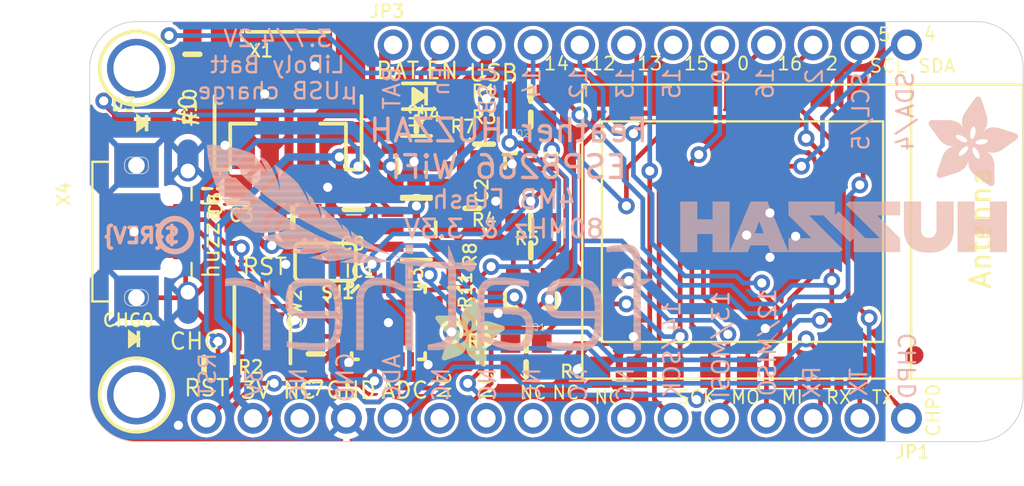
<source format=kicad_pcb>
(kicad_pcb (version 20221018) (generator pcbnew)
  (layers (0 "F.Cu" signal) (31 "B.Cu" signal) (34 "B.Paste" user) (35 "F.Paste" user) (36 "B.SilkS" user "B.Silkscreen") (37 "F.SilkS" user "F.Silkscreen") (38 "B.Mask" user) (39 "F.Mask" user) (44 "Edge.Cuts" user))
  (net 0 "")
  (net 1 "GND")
  (net 2 "VBUS")
  (net 3 "VBAT")
  (net 4 "N$1")
  (net 5 "N$3")
  (net 6 "N$4")
  (net 7 "3.3V")
  (net 8 "RESET")
  (net 9 "ADC")
  (net 10 "CH_PD")
  (net 11 "GPIO16")
  (net 12 "GPIO15")
  (net 13 "GPIO0")
  (net 14 "RXD")
  (net 15 "TXD")
  (net 16 "N$5")
  (net 17 "N$2")
  (net 18 "N$6")
  (net 19 "RTS")
  (net 20 "DTR")
  (net 21 "N$12")
  (net 22 "N$13")
  (net 23 "EN")
  (net 24 "GPIO5/SCL")
  (net 25 "GPIO4/SDA")
  (net 26 "GPIO2")
  (net 27 "GPIO14/SCK")
  (net 28 "GPIO13/MOSI")
  (net 29 "GPIO12/MISO")
  (net 30 "USB_RX")
  (net 31 "N$7")
  (net 32 "N$8")
  (footprint "working:0805-NO" (layer "F.Cu") (at 134.1501 104.2416 180)
    (fp_text reference "C3")
    (fp_text value "10µF")
  )
  (footprint "working:_0603MP" (layer "F.Cu") (at 142.9131 108.0516 -90)
    (fp_text reference "R11")
    (fp_text value "1K")
  )
  (footprint "working:0603-NO" (layer "F.Cu") (at 135.4031 111.6586 -90)
    (fp_text reference "C7")
    (fp_text value "1uF")
  )
  (footprint "working:0805-NO" (layer "F.Cu") (at 137.4671 103.7936 -90)
    (fp_text reference "C8")
    (fp_text value "10µF")
  )
  (footprint "working:CHIPLED_0805_NOOUTLINE" (layer "F.Cu") (at 125.5141 110.8456 -90)
    (fp_text reference "CHG0")
    (fp_text value "ORANGE")
  )
  (footprint "working:MOUNTINGHOLE_2.5_PLATED" (layer "F.Cu") (at 125.6411 113.8936 -90)
    (fp_text reference "U$32" hide)
    (fp_text value "MOUNTINGHOLE2.5" hide)
  )
  (footprint "working:0603-NO" (layer "F.Cu") (at 143.9291 103.7336 -90)
    (fp_text reference "R8")
    (fp_text value "10K\\")
  )
  (footprint "working:0603-NO" (layer "F.Cu") (at 147.1041 97.5106 180)
    (fp_text reference "R1")
    (fp_text value "10K")
  )
  (footprint "working:0603-NO" (layer "F.Cu") (at 146.8501 112.4966)
    (fp_text reference "R6")
    (fp_text value "4.7K")
  )
  (footprint "working:FIDUCIAL_1MM" (layer "F.Cu") (at 133.8961 96.3676 -90)
    (fp_text reference "U$34" hide)
    (fp_text value "FIDUCIAL_1MM" hide)
  )
  (footprint "working:0603-NO" (layer "F.Cu") (at 147.1041 98.9076 180)
    (fp_text reference "R3")
    (fp_text value "10K")
  )
  (footprint "working:SOT23-5" (layer "F.Cu") (at 140.8811 104.8766 -90)
    (fp_text reference "U3")
    (fp_text value "MCP73831T-2ACI/OT")
  )
  (footprint "working:JSTPH2" (layer "F.Cu") (at 133.8961 97.1296)
    (fp_text reference "X1")
    (fp_text value "JSTPH")
  )
  (footprint "working:ADAFRUIT_3.5MM" (layer "F.Cu") (at 141.8971 112.3696)
    (fp_text reference "U$15" hide)
    (fp_text value "" hide)
  )
  (footprint "working:CHIPLED_0805_NOOUTLINE" (layer "F.Cu") (at 125.9586 99.0981 -90)
    (fp_text reference "D3")
    (fp_text value "RED")
  )
  (footprint "working:1X12_ROUND" (layer "F.Cu") (at 153.5811 94.8436)
    (fp_text reference "JP3")
    (fp_text value "")
  )
  (footprint "" (layer "F.Cu") (at 171.3611 95.4786)
    (fp_text reference "@HOLE1" hide)
    (fp_text value "")
  )
  (footprint "working:4UCONN_20329_V2" (layer "F.Cu") (at 127.5461 105.0036 -90)
    (fp_text reference "X4")
    (fp_text value "20329")
    (fp_line (start -4.05 2.15) (end -4.05 1.6) (stroke (width 0.05)) (layer "Edge.Cuts"))
    (fp_line (start -3.7 1.25) (end -3.5 1.25) (stroke (width 0.05)) (layer "Edge.Cuts"))
    (fp_line (start -3.5 2.55) (end -3.7 2.55) (stroke (width 0.05)) (layer "Edge.Cuts"))
    (fp_line (start -3.15 1.6) (end -3.15 2.15) (stroke (width 0.05)) (layer "Edge.Cuts"))
    (fp_line (start 3.15 2.2) (end 3.15 1.6) (stroke (width 0.05)) (layer "Edge.Cuts"))
    (fp_line (start 4.05 1.6) (end 4.05 2.2) (stroke (width 0.05)) (layer "Edge.Cuts"))
    (fp_arc (start -4.05 1.6) (mid -3.947487 1.352513) (end -3.7 1.25) (stroke (width 0.05)) (layer "Edge.Cuts"))
    (fp_arc (start -3.7 2.55) (mid -3.957843 2.422487) (end -4.05 2.15) (stroke (width 0.05)) (layer "Edge.Cuts"))
    (fp_arc (start -3.5 1.25) (mid -3.252513 1.352513) (end -3.15 1.6) (stroke (width 0.05)) (layer "Edge.Cuts"))
    (fp_arc (start -3.15 2.15) (mid -3.242157 2.422487) (end -3.5 2.55) (stroke (width 0.05)) (layer "Edge.Cuts"))
    (fp_arc (start 3.15 1.6) (mid 3.302513 1.331802) (end 3.6 1.25) (stroke (width 0.05)) (layer "Edge.Cuts"))
    (fp_arc (start 3.6 1.25) (mid 3.897487 1.331802) (end 4.05 1.6) (stroke (width 0.05)) (layer "Edge.Cuts"))
    (fp_arc (start 3.6 2.55) (mid 3.302513 2.468198) (end 3.15 2.2) (stroke (width 0.05)) (layer "Edge.Cuts"))
    (fp_arc (start 4.05 2.2) (mid 3.897487 2.468198) (end 3.6 2.55) (stroke (width 0.05)) (layer "Edge.Cuts"))
  )
  (footprint "working:FIDUCIAL_1MM" (layer "F.Cu") (at 167.9793 111.7276 -90)
    (fp_text reference "U$35" hide)
    (fp_text value "FIDUCIAL_1MM" hide)
  )
  (footprint "working:BTN_KMR2_4.6X2.8" (layer "F.Cu") (at 132.4991 110.0836 -90)
    (fp_text reference "SW2")
    (fp_text value "KMR2")
  )
  (footprint "working:QFN24_4MM_SMSC" (layer "F.Cu") (at 139.3571 109.9566)
    (fp_text reference "IC1")
    (fp_text value "CP2104")
  )
  (footprint "working:SOD-123" (layer "F.Cu") (at 141.0081 97.6376 180)
    (fp_text reference "D4")
    (fp_text value "MBR120")
  )
  (footprint "working:SOT23-3" (layer "F.Cu") (at 147.1041 108.4326 180)
    (fp_text reference "Q1")
    (fp_text value "mmbt2222")
  )
  (footprint "working:0603-NO" (layer "F.Cu") (at 128.6891 95.3516 -90)
    (fp_text reference "R10")
    (fp_text value "1K")
  )
  (footprint "working:ESP-12S" (layer "F.Cu") (at 159.1056 105.0036 -90)
    (fp_text reference "X2" hide)
    (fp_text value "ESP-12" hide)
  )
  (footprint "working:SOLDERJUMPER_CLOSEDWIRE" (layer "F.Cu") (at 135.9281 106.6546 180)
    (fp_text reference "SJ1")
    (fp_text value "")
  )
  (footprint "" (layer "F.Cu") (at 171.3611 114.5921)
    (fp_text reference "@HOLE0" hide)
    (fp_text value "")
  )
  (footprint "working:0805-NO" (layer "F.Cu") (at 131.1891 103.4746 90)
    (fp_text reference "C6")
    (fp_text value "10µF")
  )
  (footprint "working:0603-NO" (layer "F.Cu") (at 129.3241 112.2426)
    (fp_text reference "R2")
    (fp_text value "1K")
  )
  (footprint "working:0603-NO" (layer "F.Cu") (at 147.1041 106.0196)
    (fp_text reference "R5")
    (fp_text value "10K")
  )
  (footprint "working:1X16_ROUND" (layer "F.Cu") (at 148.5011 115.1636 180)
    (fp_text reference "JP1")
    (fp_text value "")
  )
  (footprint "working:0603-NO" (layer "F.Cu") (at 146.8501 111.0996 180)
    (fp_text reference "R9")
    (fp_text value "10K")
  )
  (footprint "working:SOT23-3" (layer "F.Cu") (at 147.1041 101.4476)
    (fp_text reference "Q2")
    (fp_text value "mmbt2222")
  )
  (footprint "working:0805-NO" (layer "F.Cu") (at 144.5641 100.2411 -90)
    (fp_text reference "C2")
    (fp_text value "10uF")
  )
  (footprint "working:MOUNTINGHOLE_2.5_PLATED" (layer "F.Cu") (at 125.6411 96.1136 -90)
    (fp_text reference "U$31" hide)
    (fp_text value "MOUNTINGHOLE2.5" hide)
  )
  (footprint "working:0603-NO" (layer "F.Cu") (at 147.1041 104.4956 180)
    (fp_text reference "R4")
    (fp_text value "10K")
  )
  (footprint "working:0603-NO" (layer "F.Cu") (at 140.8811 99.1616)
    (fp_text reference "R7")
    (fp_text value "10K")
  )
  (footprint "working:SOT23-5" (layer "F.Cu") (at 140.8811 101.4476 90)
    (fp_text reference "U2")
    (fp_text value "AP2112-3.3")
  )
  (footprint "working:HUZZAHLOGO" (layer "B.Cu") (at 173.0121 106.1466 180)
    (fp_text reference "U$23" hide)
    (fp_text value "" hide)
  )
  (footprint "working:ADAFRUIT_5MM" (layer "B.Cu") (at 168.7576 102.5271 90)
    (fp_text reference "U$7" hide)
    (fp_text value "" hide)
  )
  (footprint "working:PCBFEAT-REV-040" (layer "B.Cu") (at 127.7366 105.1941 180)
    (fp_text reference "U$13" hide)
    (fp_text value "" hide)
  )
  (footprint "working:FEATHERLOGO" (layer "B.Cu") (at 153.7716 111.5441 180)
    (fp_text reference "U$9" hide)
    (fp_text value "" hide)
  )
  (gr_line (start 123.1011 102.4636) (end 123.6091 102.9716) (stroke (width 0.05)) (layer "Edge.Cuts"))
  (gr_arc (start 123.1011 96.1136) (mid 123.845049 94.317549) (end 125.6411 93.5736) (stroke (width 0.05)) (layer "Edge.Cuts"))
  (gr_line (start 123.1011 107.5436) (end 123.1011 113.8936) (stroke (width 0.05)) (layer "Edge.Cuts"))
  (gr_line (start 173.9011 113.8936) (end 173.9011 96.1136) (stroke (width 0.05)) (layer "Edge.Cuts"))
  (gr_line (start 123.6091 107.0356) (end 123.1011 107.5436) (stroke (width 0.05)) (layer "Edge.Cuts"))
  (gr_arc (start 173.9011 113.8936) (mid 173.157151 115.689651) (end 171.3611 116.4336) (stroke (width 0.05)) (layer "Edge.Cuts"))
  (gr_arc (start 125.6411 116.4336) (mid 123.845049 115.689651) (end 123.1011 113.8936) (stroke (width 0.05)) (layer "Edge.Cuts"))
  (gr_line (start 123.6091 102.9716) (end 123.6091 107.0356) (stroke (width 0.05)) (layer "Edge.Cuts"))
  (gr_line (start 123.1011 96.1136) (end 123.1011 102.4636) (stroke (width 0.05)) (layer "Edge.Cuts"))
  (gr_line (start 171.3611 93.5736) (end 125.6411 93.5736) (stroke (width 0.05)) (layer "Edge.Cuts"))
  (gr_arc (start 171.3611 93.5736) (mid 173.157151 94.317549) (end 173.9011 96.1136) (stroke (width 0.05)) (layer "Edge.Cuts"))
  (gr_line (start 125.6411 116.4336) (end 171.3611 116.4336) (stroke (width 0.05)) (layer "Edge.Cuts"))
  (gr_text "NC" (at 152.2476 113.3221 -270) (layer "B.SilkS") (effects (font (size 0.89408 0.89408) (thickness 0.12192)) (justify mirror)))
  (gr_text "3.7/4.2V\nLiPoly Batt\nµUSB charge" (at 133.3246 95.9231) (layer "B.SilkS") (effects (font (size 0.88392 0.88392) (thickness 0.13208)) (justify mirror)))
  (gr_text "13" (at 152.2476 96.9391 -270) (layer "B.SilkS") (effects (font (size 0.89408 0.89408) (thickness 0.12192)) (justify mirror)))
  (gr_text "TX" (at 164.9476 113.1951 -270) (layer "B.SilkS") (effects (font (size 0.89408 0.89408) (thickness 0.12192)) (justify mirror)))
  (gr_text "16" (at 159.8676 96.9391 -270) (layer "B.SilkS") (effects (font (size 0.89408 0.89408) (thickness 0.12192)) (justify mirror)))
  (gr_text "NC" (at 134.4676 113.3221 -270) (layer "B.SilkS") (effects (font (size 0.89408 0.89408) (thickness 0.12192)) (justify mirror)))
  (gr_text "2" (at 162.5346 96.5581 -270) (layer "B.SilkS") (effects (font (size 0.89408 0.89408) (thickness 0.12192)) (justify mirror)))
  (gr_text "13/MOSI" (at 157.4546 111.1631 -270) (layer "B.SilkS") (effects (font (size 0.89408 0.89408) (thickness 0.12192)) (justify mirror)))
  (gr_text "GND" (at 137.0076 112.9411 -270) (layer "B.SilkS") (effects (font (size 0.89408 0.89408) (thickness 0.12192)) (justify mirror)))
  (gr_text "SCL/5" (at 165.0746 98.4631 -270) (layer "B.SilkS") (effects (font (size 0.89408 0.89408) (thickness 0.12192)) (justify mirror)))
  (gr_text "USB" (at 144.7546 97.3201 -270) (layer "B.SilkS") (effects (font (size 0.89408 0.89408) (thickness 0.12192)) (justify mirror)))
  (gr_text "0" (at 157.4546 96.5581 -270) (layer "B.SilkS") (effects (font (size 0.89408 0.89408) (thickness 0.12192)) (justify mirror)))
  (gr_text "12/MISO" (at 159.9946 111.0361 -270) (layer "B.SilkS") (effects (font (size 0.89408 0.89408) (thickness 0.12192)) (justify mirror)))
  (gr_text "En" (at 142.2146 96.8121 -270) (layer "B.SilkS") (effects (font (size 0.89408 0.89408) (thickness 0.12192)) (justify mirror)))
  (gr_text "BAT" (at 139.5476 97.1931 -270) (layer "B.SilkS") (effects (font (size 0.89408 0.89408) (thickness 0.12192)) (justify mirror)))
  (gr_text "ADC" (at 139.5476 112.9411 -270) (layer "B.SilkS") (effects (font (size 0.89408 0.89408) (thickness 0.12192)) (justify mirror)))
  (gr_text "NC" (at 144.7546 113.3221 -270) (layer "B.SilkS") (effects (font (size 0.89408 0.89408) (thickness 0.12192)) (justify mirror)))
  (gr_text "RST" (at 129.5146 112.8141 -270) (layer "B.SilkS") (effects (font (size 0.89408 0.89408) (thickness 0.12192)) (justify mirror)))
  (gr_text "14" (at 147.1676 96.9391 -270) (layer "B.SilkS") (effects (font (size 0.89408 0.89408) (thickness 0.12192)) (justify mirror)))
  (gr_text "RX" (at 162.4076 113.1951 -270) (layer "B.SilkS") (effects (font (size 0.89408 0.89408) (thickness 0.12192)) (justify mirror)))
  (gr_text "14/SCK" (at 154.7876 111.4171 -270) (layer "B.SilkS") (effects (font (size 0.89408 0.89408) (thickness 0.12192)) (justify mirror)))
  (gr_text "NC" (at 147.1676 113.3221 -270) (layer "B.SilkS") (effects (font (size 0.89408 0.89408) (thickness 0.12192)) (justify mirror)))
  (gr_text "NC" (at 149.7076 113.3221 -270) (layer "B.SilkS") (effects (font (size 0.89408 0.89408) (thickness 0.12192)) (justify mirror)))
  (gr_text "Feather HUZZAH\nESP8266 WiFi" (at 145.8976 100.4951) (layer "B.SilkS") (effects (font (size 1.237488 1.237488) (thickness 0.184912)) (justify mirror)))
  (gr_text "15" (at 154.7876 96.9391 -270) (layer "B.SilkS") (effects (font (size 0.89408 0.89408) (thickness 0.12192)) (justify mirror)))
  (gr_text "12" (at 149.7076 96.9391 -270) (layer "B.SilkS") (effects (font (size 0.89408 0.89408) (thickness 0.12192)) (justify mirror)))
  (gr_text "3V" (at 132.0546 113.1951 -270) (layer "B.SilkS") (effects (font (size 0.89408 0.89408) (thickness 0.12192)) (justify mirror)))
  (gr_text "CHPD" (at 167.6146 112.3061 -270) (layer "B.SilkS") (effects (font (size 0.89408 0.89408) (thickness 0.12192)) (justify mirror)))
  (gr_text "NC" (at 142.2146 113.3221 -270) (layer "B.SilkS") (effects (font (size 0.89408 0.89408) (thickness 0.12192)) (justify mirror)))
  (gr_text "4MB Flash\n80MHz & 3.3V" (at 145.6436 104.0511) (layer "B.SilkS") (effects (font (size 0.99441 0.99441) (thickness 0.14859)) (justify mirror)))
  (gr_text "SDA/4" (at 167.4876 98.4631 -270) (layer "B.SilkS") (effects (font (size 0.89408 0.89408) (thickness 0.12192)) (justify mirror)))
  (gr_text "NC" (at 144.6911 113.3856 90) (layer "F.SilkS") (effects (font (size 0.715264 0.715264) (thickness 0.097536))))
  (gr_text "huzzah!" (at 129.7051 105.0036 90) (layer "F.SilkS") (effects (font (size 0.89408 0.89408) (thickness 0.12192))))
  (gr_text "SCL" (at 166.5351 95.9866) (layer "F.SilkS") (effects (font (size 0.715264 0.715264) (thickness 0.097536))))
  (gr_text "NC" (at 147.2311 113.7666) (layer "F.SilkS") (effects (font (size 0.715264 0.715264) (thickness 0.097536))))
  (gr_text "MI" (at 161.3281 114.0206) (layer "F.SilkS") (effects (font (size 0.715264 0.715264) (thickness 0.097536))))
  (gr_text "CHG" (at 128.8161 110.9726) (layer "F.SilkS") (effects (font (size 0.89408 0.89408) (thickness 0.12192))))
  (gr_text "GND" (at 137.3251 113.6396) (layer "F.SilkS") (effects (font (size 0.89408 0.89408) (thickness 0.12192))))
  (gr_text "2" (at 163.4871 95.8596) (layer "F.SilkS") (effects (font (size 0.715264 0.715264) (thickness 0.097536))))
  (gr_text "NC" (at 151.2951 114.0206) (layer "F.SilkS") (effects (font (size 0.715264 0.715264) (thickness 0.097536))))
  (gr_text "EN" (at 142.2781 96.2406) (layer "F.SilkS") (effects (font (size 0.89408 0.89408) (thickness 0.12192))))
  (gr_text "RST" (at 132.6261 106.9086) (layer "F.SilkS") (effects (font (size 0.89408 0.89408) (thickness 0.12192))))
  (gr_text "SCK" (at 156.1211 114.0206) (layer "F.SilkS") (effects (font (size 0.715264 0.715264) (thickness 0.097536))))
  (gr_text "MO" (at 158.7881 114.0206) (layer "F.SilkS") (effects (font (size 0.715264 0.715264) (thickness 0.097536))))
  (gr_text "CHPD" (at 169.0116 114.7191 90) (layer "F.SilkS") (effects (font (size 0.715264 0.715264) (thickness 0.097536))))
  (gr_text "13" (at 153.5811 95.8596) (layer "F.SilkS") (effects (font (size 0.715264 0.715264) (thickness 0.097536))))
  (gr_text "15" (at 156.1211 95.8596) (layer "F.SilkS") (effects (font (size 0.715264 0.715264) (thickness 0.097536))))
  (gr_text "12" (at 151.0411 95.8596) (layer "F.SilkS") (effects (font (size 0.715264 0.715264) (thickness 0.097536))))
  (gr_text "SDA" (at 169.2021 95.9866) (layer "F.SilkS") (effects (font (size 0.715264 0.715264) (thickness 0.097536))))
  (gr_text "ADC" (at 140.2461 113.6396) (layer "F.SilkS") (effects (font (size 0.89408 0.89408) (thickness 0.12192))))
  (gr_text "RX" (at 163.8681 114.0206) (layer "F.SilkS") (effects (font (size 0.715264 0.715264) (thickness 0.097536))))
  (gr_text "TX" (at 166.2811 114.0206) (layer "F.SilkS") (effects (font (size 0.715264 0.715264) (thickness 0.097536))))
  (gr_text "NC" (at 149.0091 113.7666) (layer "F.SilkS") (effects (font (size 0.715264 0.715264) (thickness 0.097536))))
  (gr_text "BAT" (at 139.8651 96.2406) (layer "F.SilkS") (effects (font (size 0.89408 0.89408) (thickness 0.12192))))
  (gr_text "NC" (at 142.4051 113.3856 90) (layer "F.SilkS") (effects (font (size 0.715264 0.715264) (thickness 0.097536))))
  (gr_text "3V" (at 132.1181 113.6396) (layer "F.SilkS") (effects (font (size 0.89408 0.89408) (thickness 0.12192))))
  (gr_text "16" (at 161.2011 95.8596) (layer "F.SilkS") (effects (font (size 0.715264 0.715264) (thickness 0.097536))))
  (gr_text "#0" (at 128.4351 98.3996 90) (layer "F.SilkS") (effects (font (size 0.89408 0.89408) (thickness 0.12192))))
  (gr_text "4" (at 168.8211 94.2721) (layer "F.SilkS") (effects (font (size 0.715264 0.715264) (thickness 0.097536))))
  (gr_text "NC" (at 134.5311 113.6396) (layer "F.SilkS") (effects (font (size 0.89408 0.89408) (thickness 0.12192))))
  (gr_text "USB" (at 145.0721 96.3676) (layer "F.SilkS") (effects (font (size 0.89408 0.89408) (thickness 0.12192))))
  (gr_text "5" (at 166.3446 94.2721) (layer "F.SilkS") (effects (font (size 0.715264 0.715264) (thickness 0.097536))))
  (gr_text "0" (at 158.6611 95.8596) (layer "F.SilkS") (effects (font (size 0.715264 0.715264) (thickness 0.097536))))
  (gr_text "14" (at 148.5011 95.8596) (layer "F.SilkS") (effects (font (size 0.715264 0.715264) (thickness 0.097536))))
  (gr_text "RST" (at 129.4511 113.5126) (layer "F.SilkS") (effects (font (size 0.89408 0.89408) (thickness 0.12192))))
  (segment (start 139.1031 109.2066) (end 137.3571 109.2066) (width 0.254) (layer "F.Cu") (net 1))
  (segment (start 137.4671 104.7436) (end 137.4671 104.8616) (width 0.4064) (layer "F.Cu") (net 1))
  (segment (start 128.3211 106.3036) (end 126.0961 106.3036) (width 0.254) (layer "F.Cu") (net 1))
  (segment (start 125.6461 108.6036) (end 128.1461 108.6036) (width 0.254) (layer "F.Cu") (net 1))
  (segment (start 126.0961 106.3036) (end 125.5461 105.7536) (width 0.254) (layer "F.Cu") (net 1))
  (segment (start 137.4671 104.8616) (end 137.3251 105.0036) (width 0.4064) (layer "F.Cu") (net 1))
  (segment (start 132.8961 103.9376) (end 132.8961 100.8296) (width 0.6096) (layer "F.Cu") (net 1))
  (segment (start 124.6961 101.4036) (end 125.6461 101.4036) (width 0.254) (layer "F.Cu") (net 1))
  (segment (start 133.2001 104.2416) (end 132.8961 103.9376) (width 0.6096) (layer "F.Cu") (net 1))
  (segment (start 139.1031 109.2066) (end 139.1031 109.7026) (width 0.254) (layer "F.Cu") (net 1))
  (segment (start 139.1031 109.7026) (end 139.3571 109.9566) (width 0.254) (layer "F.Cu") (net 1))
  (segment (start 134.4361 112.5086) (end 135.4031 112.5086) (width 0.254) (layer "F.Cu") (net 1))
  (segment (start 128.3211 108.1786) (end 128.4461 108.3036) (width 0.254) (layer "F.Cu") (net 1))
  (segment (start 136.9441 105.0036) (end 137.3251 105.0036) (width 0.254) (layer "F.Cu") (net 1))
  (segment (start 128.3211 106.3036) (end 128.3211 108.1786) (width 0.254) (layer "F.Cu") (net 1))
  (segment (start 128.1461 108.6036) (end 128.4461 108.3036) (width 0.254) (layer "F.Cu") (net 1))
  (via (at 135.3566 95.9866) (size 0.9064) (drill 0.5) (layers "F.Cu" "B.Cu") (net 1))
  (via (at 160.1216 103.9876) (size 0.9064) (drill 0.5) (layers "F.Cu" "B.Cu") (net 1))
  (via (at 130.4671 100.3046) (size 0.9064) (drill 0.5) (layers "F.Cu" "B.Cu") (net 1))
  (via (at 133.7691 106.7816) (size 0.9064) (drill 0.5) (layers "F.Cu" "B.Cu") (net 1))
  (via (at 127.9271 115.5446) (size 0.9064) (drill 0.5) (layers "F.Cu" "B.Cu") (net 1))
  (via (at 146.0881 101.3206) (size 0.9064) (drill 0.5) (layers "F.Cu" "B.Cu") (net 1))
  (via (at 145.3261 109.4486) (size 0.9064) (drill 0.5) (layers "F.Cu" "B.Cu") (net 1))
  (via (at 140.7541 101.1936) (size 0.9064) (drill 0.5) (layers "F.Cu" "B.Cu") (net 1))
  (via (at 158.8516 105.1941) (size 0.9064) (drill 0.5) (layers "F.Cu" "B.Cu") (net 1))
  (via (at 141.5161 112.2426) (size 0.9064) (drill 0.5) (layers "F.Cu" "B.Cu") (net 1))
  (via (at 136.0551 102.5906) (size 0.9064) (drill 0.5) (layers "F.Cu" "B.Cu") (net 1))
  (via (at 132.6261 97.5106) (size 0.9064) (drill 0.5) (layers "F.Cu" "B.Cu") (net 1))
  (via (at 125.5141 105.0036) (size 0.9064) (drill 0.5) (layers "F.Cu" "B.Cu") (net 1))
  (via (at 161.5186 105.2576) (size 0.9064) (drill 0.5) (layers "F.Cu" "B.Cu") (net 1))
  (via (at 159.8676 110.2741) (size 0.9064) (drill 0.5) (layers "F.Cu" "B.Cu") (net 1))
  (via (at 145.1991 103.3526) (size 0.9064) (drill 0.5) (layers "F.Cu" "B.Cu") (net 1))
  (via (at 137.1981 112.1156) (size 0.9064) (drill 0.5) (layers "F.Cu" "B.Cu") (net 1))
  (via (at 160.1216 106.4006) (size 0.9064) (drill 0.5) (layers "F.Cu" "B.Cu") (net 1))
  (via (at 139.3571 109.9566) (size 0.9064) (drill 0.5) (layers "F.Cu" "B.Cu") (net 1))
  (via (at 152.6921 110.7186) (size 0.9064) (drill 0.5) (layers "F.Cu" "B.Cu") (net 1))
  (via (at 149.6441 112.4966) (size 0.9064) (drill 0.5) (layers "F.Cu" "B.Cu") (net 1))
  (segment (start 129.9291 103.7036) (end 130.6501 104.4246) (width 0.4064) (layer "F.Cu") (net 2))
  (segment (start 123.6091 110.2106) (end 123.6091 107.6706) (width 0.254) (layer "F.Cu") (net 2))
  (segment (start 124.3711 103.2256) (end 126.6571 103.2256) (width 0.254) (layer "F.Cu") (net 2))
  (segment (start 142.4051 99.1616) (end 141.7311 99.1616) (width 0.4064) (layer "F.Cu") (net 2))
  (segment (start 127.1651 103.7336) (end 128.2911 103.7336) (width 0.254) (layer "F.Cu") (net 2))
  (segment (start 131.1891 104.4246) (end 131.2851 104.4246) (width 0.4064) (layer "F.Cu") (net 2))
  (segment (start 140.8811 104.3995) (end 140.8811 103.6066) (width 0.4064) (layer "F.Cu") (net 2))
  (segment (start 128.3211 103.7036) (end 129.9291 103.7036) (width 0.4064) (layer "F.Cu") (net 2))
  (segment (start 142.7251 102.3976) (end 142.1812 102.3976) (width 0.4064) (layer "F.Cu") (net 2))
  (segment (start 143.2941 101.8286) (end 142.7251 102.3976) (width 0.4064) (layer "F.Cu") (net 2))
  (segment (start 124.4641 110.8456) (end 124.2441 110.8456) (width 0.254) (layer "F.Cu") (net 2))
  (segment (start 124.2441 110.8456) (end 123.6091 110.2106) (width 0.254) (layer "F.Cu") (net 2))
  (segment (start 132.6261 105.7656) (end 133.0071 105.7656) (width 0.4064) (layer "F.Cu") (net 2))
  (segment (start 140.8811 104.3995) (end 142.1812 105.6996) (width 0.4064) (layer "F.Cu") (net 2))
  (segment (start 128.2911 103.7336) (end 128.3211 103.7036) (width 0.254) (layer "F.Cu") (net 2))
  (segment (start 142.8581 97.6376) (end 144.6911 95.8046) (width 0.6096) (layer "F.Cu") (net 2))
  (segment (start 123.6091 107.6706) (end 124.1171 107.1626) (width 0.254) (layer "F.Cu") (net 2))
  (segment (start 124.1171 103.4796) (end 124.3711 103.2256) (width 0.254) (layer "F.Cu") (net 2))
  (segment (start 126.6571 103.2256) (end 127.1651 103.7336) (width 0.254) (layer "F.Cu") (net 2))
  (segment (start 144.6911 95.8046) (end 144.6911 94.8436) (width 0.6096) (layer "F.Cu") (net 2))
  (segment (start 142.8581 98.0346) (end 142.8581 97.6376) (width 0.6096) (layer "F.Cu") (net 2))
  (segment (start 143.2941 101.8286) (end 143.2941 100.0506) (width 0.4064) (layer "F.Cu") (net 2))
  (segment (start 142.1812 105.6996) (end 142.1812 105.8266) (width 0.4064) (layer "F.Cu") (net 2))
  (segment (start 124.1171 107.1626) (end 124.1171 103.4796) (width 0.254) (layer "F.Cu") (net 2))
  (segment (start 141.7311 99.1616) (end 142.8581 98.0346) (width 0.6096) (layer "F.Cu") (net 2))
  (segment (start 138.6071 111.9566) (end 138.6071 113.1436) (width 0.254) (layer "F.Cu") (net 2))
  (segment (start 131.2851 104.4246) (end 132.6261 105.7656) (width 0.4064) (layer "F.Cu") (net 2))
  (segment (start 130.6501 104.4246) (end 131.1891 104.4246) (width 0.4064) (layer "F.Cu") (net 2))
  (segment (start 142.0901 102.3976) (end 142.1812 102.3976) (width 0.4064) (layer "F.Cu") (net 2))
  (segment (start 143.2941 100.0506) (end 142.4051 99.1616) (width 0.4064) (layer "F.Cu") (net 2))
  (segment (start 138.1071 111.9566) (end 138.6071 111.9566) (width 0.254) (layer "F.Cu") (net 2))
  (segment (start 138.6071 113.1436) (end 138.5951 113.1316) (width 0.254) (layer "F.Cu") (net 2))
  (segment (start 140.8811 103.6066) (end 142.0901 102.3976) (width 0.4064) (layer "F.Cu") (net 2))
  (via (at 140.8811 103.6066) (size 0.9064) (drill 0.5) (layers "F.Cu" "B.Cu") (net 2))
  (via (at 133.0071 105.7656) (size 0.9064) (drill 0.5) (layers "F.Cu" "B.Cu") (net 2))
  (via (at 138.5951 113.1316) (size 0.9064) (drill 0.5) (layers "F.Cu" "B.Cu") (net 2))
  (segment (start 133.6421 103.8606) (end 133.0071 104.4956) (width 0.4064) (layer "B.Cu") (net 2))
  (segment (start 136.3091 112.4966) (end 136.3091 106.5276) (width 0.4064) (layer "B.Cu") (net 2))
  (segment (start 135.5471 105.7656) (end 133.0071 105.7656) (width 0.4064) (layer "B.Cu") (net 2))
  (segment (start 136.9441 113.1316) (end 136.3091 112.4966) (width 0.4064) (layer "B.Cu") (net 2))
  (segment (start 133.0071 104.4956) (end 133.0071 105.7656) (width 0.4064) (layer "B.Cu") (net 2))
  (segment (start 133.6421 103.8606) (end 140.8811 103.8606) (width 0.4064) (layer "B.Cu") (net 2))
  (segment (start 140.8811 103.8606) (end 140.8811 103.6066) (width 0.254) (layer "B.Cu") (net 2))
  (segment (start 138.5951 113.1316) (end 136.9441 113.1316) (width 0.4064) (layer "B.Cu") (net 2))
  (segment (start 136.3091 106.5276) (end 135.5471 105.7656) (width 0.4064) (layer "B.Cu") (net 2))
  (segment (start 135.0396 100.6861) (end 135.0396 100.4321) (width 0.4064) (layer "F.Cu") (net 3))
  (segment (start 139.1581 95.2966) (end 139.1581 97.6376) (width 0.6096) (layer "F.Cu") (net 3))
  (segment (start 134.8961 100.8296) (end 135.0396 100.6861) (width 0.4064) (layer "F.Cu") (net 3))
  (segment (start 134.8961 104.0376) (end 135.1001 104.2416) (width 0.4064) (layer "F.Cu") (net 3))
  (segment (start 138.1421 98.5266) (end 139.0311 97.6376) (width 0.6096) (layer "F.Cu") (net 3))
  (segment (start 134.7851 99.5426) (end 135.8011 98.5266) (width 0.6096) (layer "F.Cu") (net 3))
  (segment (start 134.8961 104.0376) (end 134.8961 100.8296) (width 0.4064) (layer "F.Cu") (net 3))
  (segment (start 139.6111 94.8436) (end 139.1581 95.2966) (width 0.6096) (layer "F.Cu") (net 3))
  (segment (start 135.1001 106.5886) (end 135.1661 106.6546) (width 0.4064) (layer "F.Cu") (net 3))
  (segment (start 134.7851 100.1776) (end 135.0396 100.4321) (width 0.254) (layer "F.Cu") (net 3))
  (segment (start 134.7851 99.5426) (end 134.7851 100.1776) (width 0.4064) (layer "F.Cu") (net 3))
  (segment (start 135.8011 98.5266) (end 138.1421 98.5266) (width 0.6096) (layer "F.Cu") (net 3))
  (segment (start 135.1001 104.2416) (end 135.1001 106.5886) (width 0.4064) (layer "F.Cu") (net 3))
  (segment (start 139.0311 97.6376) (end 139.1581 97.6376) (width 0.6096) (layer "F.Cu") (net 3))
  (segment (start 126.5641 110.8456) (end 127.0771 110.8456) (width 0.254) (layer "F.Cu") (net 4))
  (segment (start 127.0771 110.8456) (end 128.4741 112.2426) (width 0.254) (layer "F.Cu") (net 4))
  (segment (start 138.0871 101.4476) (end 137.7061 101.4476) (width 0.254) (layer "F.Cu") (net 5))
  (segment (start 138.5951 102.9716) (end 139.5501 103.9266) (width 0.254) (layer "F.Cu") (net 5))
  (segment (start 138.5951 102.9716) (end 138.5951 101.9556) (width 0.254) (layer "F.Cu") (net 5))
  (segment (start 130.1741 112.2426) (end 130.0861 112.1546) (width 0.254) (layer "F.Cu") (net 5))
  (segment (start 138.5951 101.9556) (end 138.0871 101.4476) (width 0.254) (layer "F.Cu") (net 5))
  (segment (start 130.0861 112.1546) (end 130.0861 110.9726) (width 0.254) (layer "F.Cu") (net 5))
  (segment (start 139.5501 103.9266) (end 139.581 103.9266) (width 0.254) (layer "F.Cu") (net 5))
  (via (at 130.0861 110.9726) (size 0.9064) (drill 0.5) (layers "F.Cu" "B.Cu") (net 5))
  (via (at 137.7061 101.4476) (size 0.9064) (drill 0.5) (layers "F.Cu" "B.Cu") (net 5))
  (segment (start 132.2451 100.0506) (end 129.4511 102.8446) (width 0.254) (layer "B.Cu") (net 5))
  (segment (start 129.4511 110.3376) (end 130.0861 110.9726) (width 0.254) (layer "B.Cu") (net 5))
  (segment (start 129.4511 102.8446) (end 129.4511 110.3376) (width 0.254) (layer "B.Cu") (net 5))
  (segment (start 137.7061 100.5586) (end 137.7061 101.4476) (width 0.254) (layer "B.Cu") (net 5))
  (segment (start 137.1981 100.0506) (end 137.7061 100.5586) (width 0.254) (layer "B.Cu") (net 5))
  (segment (start 137.1981 100.0506) (end 132.2451 100.0506) (width 0.254) (layer "B.Cu") (net 5))
  (segment (start 143.9291 102.8836) (end 143.2242 102.8836) (width 0.254) (layer "F.Cu") (net 6))
  (segment (start 143.2242 102.8836) (end 142.1812 103.9266) (width 0.254) (layer "F.Cu") (net 6))
  (segment (start 146.2541 98.9076) (end 146.2541 97.5106) (width 0.4064) (layer "F.Cu") (net 7))
  (segment (start 138.0871 100.5586) (end 138.9761 101.4476) (width 0.4064) (layer "F.Cu") (net 7))
  (segment (start 139.6111 113.5126) (end 142.5321 113.5126) (width 0.254) (layer "F.Cu") (net 7))
  (segment (start 146.2541 97.0906) (end 146.2541 97.4716) (width 0.4064) (layer "F.Cu") (net 7))
  (segment (start 145.1991 111.0996) (end 146.0001 111.0996) (width 0.254) (layer "F.Cu") (net 7))
  (segment (start 134.0231 113.7666) (end 132.6261 115.1636) (width 0.254) (layer "F.Cu") (net 7))
  (segment (start 137.0711 100.5586) (end 138.0871 100.5586) (width 0.4064) (layer "F.Cu") (net 7))
  (segment (start 139.581 102.2706) (end 139.581 102.3976) (width 0.4064) (layer "F.Cu") (net 7))
  (segment (start 144.0561 114.1476) (end 144.9451 113.2586) (width 0.254) (layer "F.Cu") (net 7))
  (segment (start 124.9086 99.0981) (end 123.8631 98.0526) (width 0.254) (layer "F.Cu") (net 7))
  (segment (start 139.4841 102.1737) (end 139.4841 101.4476) (width 0.4064) (layer "F.Cu") (net 7))
  (segment (start 146.2541 97.4716) (end 146.2541 97.5106) (width 0.4064) (layer "F.Cu") (net 7))
  (segment (start 138.9761 101.4476) (end 139.4841 101.4476) (width 0.4064) (layer "F.Cu") (net 7))
  (segment (start 138.8491 114.2746) (end 139.6111 113.5126) (width 0.254) (layer "F.Cu") (net 7))
  (segment (start 144.9451 113.2586) (end 144.9451 111.3536) (width 0.254) (layer "F.Cu") (net 7))
  (segment (start 144.9451 111.3536) (end 145.1991 111.0996) (width 0.254) (layer "F.Cu") (net 7))
  (segment (start 144.6911 97.7646) (end 144.9451 97.5106) (width 0.4064) (layer "F.Cu") (net 7))
  (segment (start 137.4671 102.6056) (end 137.4671 102.8436) (width 0.4064) (layer "F.Cu") (net 7))
  (segment (start 144.5641 99.2911) (end 144.6911 99.1641) (width 0.4064) (layer "F.Cu") (net 7))
  (segment (start 142.5321 113.5126) (end 143.1671 114.1476) (width 0.254) (layer "F.Cu") (net 7))
  (segment (start 138.0871 114.2746) (end 138.8491 114.2746) (width 0.254) (layer "F.Cu") (net 7))
  (segment (start 132.6261 115.1636) (end 131.9911 115.1636) (width 0.254) (layer "F.Cu") (net 7))
  (segment (start 123.8631 98.0526) (end 123.8631 97.8916) (width 0.254) (layer "F.Cu") (net 7))
  (segment (start 146.8501 96.4946) (end 146.2541 97.0906) (width 0.4064) (layer "F.Cu") (net 7))
  (segment (start 136.6901 101.8286) (end 136.6901 100.9396) (width 0.4064) (layer "F.Cu") (net 7))
  (segment (start 146.8501 96.4946) (end 150.2476 96.4946) (width 0.4064) (layer "F.Cu") (net 7))
  (segment (start 144.9451 97.5106) (end 146.2541 97.5106) (width 0.4064) (layer "F.Cu") (net 7))
  (segment (start 143.1671 114.1476) (end 144.0561 114.1476) (width 0.254) (layer "F.Cu") (net 7))
  (segment (start 137.5791 113.7666) (end 134.0231 113.7666) (width 0.254) (layer "F.Cu") (net 7))
  (segment (start 136.6901 100.9396) (end 137.0711 100.5586) (width 0.4064) (layer "F.Cu") (net 7))
  (segment (start 144.6911 99.1641) (end 144.6911 97.7646) (width 0.4064) (layer "F.Cu") (net 7))
  (segment (start 139.4841 102.1737) (end 139.581 102.2706) (width 0.4064) (layer "F.Cu") (net 7))
  (segment (start 136.6901 101.8286) (end 137.4671 102.6056) (width 0.4064) (layer "F.Cu") (net 7))
  (segment (start 150.2476 96.4946) (end 150.8756 97.1226) (width 0.4064) (layer "F.Cu") (net 7))
  (segment (start 150.8756 97.1226) (end 150.8756 97.3536) (width 0.254) (layer "F.Cu") (net 7))
  (segment (start 137.5791 113.7666) (end 138.0871 114.2746) (width 0.254) (layer "F.Cu") (net 7))
  (via (at 139.4841 101.4476) (size 0.9064) (drill 0.5) (layers "F.Cu" "B.Cu") (net 7))
  (via (at 123.8631 97.8916) (size 0.9064) (drill 0.5) (layers "F.Cu" "B.Cu") (net 7))
  (via (at 144.6911 97.7646) (size 0.9064) (drill 0.5) (layers "F.Cu" "B.Cu") (net 7))
  (via (at 136.6901 100.9396) (size 0.9064) (drill 0.5) (layers "F.Cu" "B.Cu") (net 7))
  (segment (start 124.6251 98.6536) (end 137.5791 98.6536) (width 0.254) (layer "B.Cu") (net 7))
  (segment (start 123.8631 97.8916) (end 124.6251 98.6536) (width 0.254) (layer "B.Cu") (net 7))
  (segment (start 133.8961 100.9396) (end 136.6901 100.9396) (width 0.4064) (layer "B.Cu") (net 7))
  (segment (start 131.1021 114.0206) (end 131.9911 114.9096) (width 0.4064) (layer "B.Cu") (net 7))
  (segment (start 144.6911 99.5426) (end 144.6911 97.7646) (width 0.4064) (layer "B.Cu") (net 7))
  (segment (start 139.8651 102.0826) (end 139.4841 101.7016) (width 0.4064) (layer "B.Cu") (net 7))
  (segment (start 139.4841 100.5586) (end 137.5791 98.6536) (width 0.254) (layer "B.Cu") (net 7))
  (segment (start 139.8651 102.0826) (end 142.1511 102.0826) (width 0.4064) (layer "B.Cu") (net 7))
  (segment (start 130.0861 109.7026) (end 131.1021 110.7186) (width 0.4064) (layer "B.Cu") (net 7))
  (segment (start 139.4841 101.7016) (end 139.4841 101.4476) (width 0.254) (layer "B.Cu") (net 7))
  (segment (start 130.0861 109.7026) (end 130.0861 104.7496) (width 0.4064) (layer "B.Cu") (net 7))
  (segment (start 139.4841 101.4476) (end 139.4841 100.5586) (width 0.254) (layer "B.Cu") (net 7))
  (segment (start 142.1511 102.0826) (end 144.6911 99.5426) (width 0.4064) (layer "B.Cu") (net 7))
  (segment (start 130.0861 104.7496) (end 133.8961 100.9396) (width 0.4064) (layer "B.Cu") (net 7))
  (segment (start 131.1021 110.7186) (end 131.1021 114.0206) (width 0.4064) (layer "B.Cu") (net 7))
  (segment (start 131.9911 114.9096) (end 131.9911 115.1636) (width 0.4064) (layer "B.Cu") (net 7))
  (segment (start 131.6991 108.0336) (end 131.6991 112.1336) (width 0.254) (layer "F.Cu") (net 8))
  (segment (start 131.6991 113.0426) (end 131.6991 112.1336) (width 0.254) (layer "F.Cu") (net 8))
  (segment (start 146.2151 108.6866) (end 146.2151 108.5596) (width 0.254) (layer "F.Cu") (net 8))
  (segment (start 147.0611 109.5326) (end 146.2151 108.6866) (width 0.254) (layer "F.Cu") (net 8))
  (segment (start 147.9501 108.6866) (end 148.1201 108.6866) (width 0.254) (layer "F.Cu") (net 8))
  (segment (start 129.4511 115.1636) (end 129.5781 115.1636) (width 0.254) (layer "F.Cu") (net 8))
  (segment (start 129.5781 115.1636) (end 131.4831 113.2586) (width 0.254) (layer "F.Cu") (net 8))
  (segment (start 165.0111 102.4636) (end 165.1931 102.2816) (width 0.254) (layer "F.Cu") (net 8))
  (segment (start 147.9541 98.9076) (end 148.2471 99.2006) (width 0.254) (layer "F.Cu") (net 8))
  (segment (start 148.2471 99.2006) (end 148.2471 100.5586) (width 0.254) (layer "F.Cu") (net 8))
  (segment (start 165.1931 97.6711) (end 164.8756 97.3536) (width 0.254) (layer "F.Cu") (net 8))
  (segment (start 147.1041 109.5326) (end 147.0611 109.5326) (width 0.254) (layer "F.Cu") (net 8))
  (segment (start 147.1041 109.5326) (end 147.9501 108.6866) (width 0.254) (layer "F.Cu") (net 8))
  (segment (start 133.1341 113.2586) (end 131.4831 113.2586) (width 0.254) (layer "F.Cu") (net 8))
  (segment (start 131.4831 113.2586) (end 131.6991 113.0426) (width 0.254) (layer "F.Cu") (net 8))
  (segment (start 165.1931 102.2816) (end 165.1931 97.6711) (width 0.254) (layer "F.Cu") (net 8))
  (via (at 148.1201 108.6866) (size 0.9064) (drill 0.5) (layers "F.Cu" "B.Cu") (net 8))
  (via (at 165.0111 102.4636) (size 0.9064) (drill 0.5) (layers "F.Cu" "B.Cu") (net 8))
  (via (at 133.1341 113.2586) (size 0.9064) (drill 0.5) (layers "F.Cu" "B.Cu") (net 8))
  (via (at 148.2471 100.5586) (size 0.9064) (drill 0.5) (layers "F.Cu" "B.Cu") (net 8))
  (via (at 146.2151 108.5596) (size 0.9064) (drill 0.5) (layers "F.Cu" "B.Cu") (net 8))
  (segment (start 157.8991 108.5596) (end 158.7881 109.4486) (width 0.254) (layer "B.Cu") (net 8))
  (segment (start 149.6441 105.5116) (end 152.0571 105.5116) (width 0.254) (layer "B.Cu") (net 8))
  (segment (start 155.1051 108.5596) (end 157.8991 108.5596) (width 0.254) (layer "B.Cu") (net 8))
  (segment (start 146.2151 108.5596) (end 144.1831 108.5596) (width 0.254) (layer "B.Cu") (net 8))
  (segment (start 160.5661 109.4486) (end 161.4551 108.5596) (width 0.254) (layer "B.Cu") (net 8))
  (segment (start 140.5001 113.0046) (end 139.6111 113.8936) (width 0.254) (layer "B.Cu") (net 8))
  (segment (start 139.3571 106.5276) (end 139.3571 108.4326) (width 0.254) (layer "B.Cu") (net 8))
  (segment (start 144.1831 108.5596) (end 141.3891 105.7656) (width 0.254) (layer "B.Cu") (net 8))
  (segment (start 139.3571 108.4326) (end 140.5001 109.5756) (width 0.254) (layer "B.Cu") (net 8))
  (segment (start 139.2301 113.8936) (end 138.8491 114.2746) (width 0.254) (layer "B.Cu") (net 8))
  (segment (start 148.1201 108.5596) (end 148.1201 108.6866) (width 0.254) (layer "B.Cu") (net 8))
  (segment (start 149.6441 105.5116) (end 149.5171 105.3846) (width 0.254) (layer "B.Cu") (net 8))
  (segment (start 136.8171 113.8936) (end 136.1821 113.2586) (width 0.254) (layer "B.Cu") (net 8))
  (segment (start 149.5171 105.3846) (end 149.5171 107.1626) (width 0.254) (layer "B.Cu") (net 8))
  (segment (start 161.4551 108.5596) (end 163.9951 108.5596) (width 0.254) (layer "B.Cu") (net 8))
  (segment (start 140.1191 105.7656) (end 139.3571 106.5276) (width 0.254) (layer "B.Cu") (net 8))
  (segment (start 137.7061 113.8936) (end 136.8171 113.8936) (width 0.254) (layer "B.Cu") (net 8))
  (segment (start 152.0571 105.5116) (end 155.1051 108.5596) (width 0.254) (layer "B.Cu") (net 8))
  (segment (start 136.1821 113.2586) (end 133.1341 113.2586) (width 0.254) (layer "B.Cu") (net 8))
  (segment (start 163.9951 108.5596) (end 164.3761 108.1786) (width 0.254) (layer "B.Cu") (net 8))
  (segment (start 148.2471 100.6856) (end 148.2471 100.5586) (width 0.254) (layer "B.Cu") (net 8))
  (segment (start 140.5001 109.5756) (end 140.5001 113.0046) (width 0.254) (layer "B.Cu") (net 8))
  (segment (start 149.5171 101.9556) (end 149.5171 105.3846) (width 0.254) (layer "B.Cu") (net 8))
  (segment (start 149.5171 101.9556) (end 148.2471 100.6856) (width 0.254) (layer "B.Cu") (net 8))
  (segment (start 138.0871 114.2746) (end 137.7061 113.8936) (width 0.254) (layer "B.Cu") (net 8))
  (segment (start 138.8491 114.2746) (end 138.0871 114.2746) (width 0.254) (layer "B.Cu") (net 8))
  (segment (start 141.3891 105.7656) (end 140.1191 105.7656) (width 0.254) (layer "B.Cu") (net 8))
  (segment (start 149.5171 107.1626) (end 148.1201 108.5596) (width 0.254) (layer "B.Cu") (net 8))
  (segment (start 164.3761 108.1786) (end 164.3761 103.0986) (width 0.254) (layer "B.Cu") (net 8))
  (segment (start 158.7881 109.4486) (end 160.5661 109.4486) (width 0.254) (layer "B.Cu") (net 8))
  (segment (start 164.3761 103.0986) (end 165.0111 102.4636) (width 0.254) (layer "B.Cu") (net 8))
  (segment (start 139.6111 113.8936) (end 139.2301 113.8936) (width 0.254) (layer "B.Cu") (net 8))
  (segment (start 164.3761 108.5596) (end 165.5191 109.7026) (width 0.254) (layer "F.Cu") (net 9))
  (segment (start 164.1221 106.5276) (end 164.3761 106.7816) (width 0.254) (layer "F.Cu") (net 9))
  (segment (start 164.1221 98.9076) (end 164.1221 106.5276) (width 0.254) (layer "F.Cu") (net 9))
  (segment (start 162.7251 97.2566) (end 162.7251 97.5106) (width 0.254) (layer "F.Cu") (net 9))
  (segment (start 164.3761 106.7816) (end 164.3761 108.5596) (width 0.254) (layer "F.Cu") (net 9))
  (segment (start 162.8221 97.3536) (end 162.7251 97.2566) (width 0.254) (layer "F.Cu") (net 9))
  (segment (start 162.8756 97.3536) (end 162.8221 97.3536) (width 0.254) (layer "F.Cu") (net 9))
  (segment (start 162.7251 97.5106) (end 164.1221 98.9076) (width 0.254) (layer "F.Cu") (net 9))
  (via (at 165.5191 109.7026) (size 0.9064) (drill 0.5) (layers "F.Cu" "B.Cu") (net 9))
  (segment (start 150.4061 113.2586) (end 165.0111 113.2586) (width 0.254) (layer "B.Cu") (net 9))
  (segment (start 146.7231 113.3856) (end 150.2791 113.3856) (width 0.254) (layer "B.Cu") (net 9))
  (segment (start 165.5191 109.7026) (end 165.5191 112.7506) (width 0.254) (layer "B.Cu") (net 9))
  (segment (start 146.7231 113.3856) (end 145.7071 112.3696) (width 0.254) (layer "B.Cu") (net 9))
  (segment (start 165.0111 113.2586) (end 165.5191 112.7506) (width 0.254) (layer "B.Cu") (net 9))
  (segment (start 140.1191 115.1636) (end 142.9131 112.3696) (width 0.254) (layer "B.Cu") (net 9))
  (segment (start 142.9131 112.3696) (end 145.7071 112.3696) (width 0.254) (layer "B.Cu") (net 9))
  (segment (start 150.2791 113.3856) (end 150.4061 113.2586) (width 0.254) (layer "B.Cu") (net 9))
  (segment (start 139.6111 115.1636) (end 140.1191 115.1636) (width 0.254) (layer "B.Cu") (net 9))
  (segment (start 166.2811 111.7346) (end 166.2811 113.6396) (width 0.254) (layer "F.Cu") (net 10))
  (segment (start 161.1931 97.6711) (end 160.8756 97.3536) (width 0.254) (layer "F.Cu") (net 10))
  (segment (start 149.7711 98.6536) (end 148.6281 97.5106) (width 0.254) (layer "F.Cu") (net 10))
  (segment (start 161.1931 97.7566) (end 163.4871 100.0506) (width 0.254) (layer "F.Cu") (net 10))
  (segment (start 167.5511 114.9096) (end 167.5511 115.1636) (width 0.254) (layer "F.Cu") (net 10))
  (segment (start 148.5011 97.5106) (end 147.9541 97.5106) (width 0.254) (layer "F.Cu") (net 10))
  (segment (start 166.2811 113.6396) (end 167.5511 114.9096) (width 0.254) (layer "F.Cu") (net 10))
  (segment (start 163.4871 100.0506) (end 163.4871 107.6706) (width 0.254) (layer "F.Cu") (net 10))
  (segment (start 148.6281 97.5106) (end 147.9541 97.5106) (width 0.254) (layer "F.Cu") (net 10))
  (segment (start 163.4871 108.9406) (end 166.2811 111.7346) (width 0.254) (layer "F.Cu") (net 10))
  (segment (start 161.1931 97.7566) (end 161.1931 97.6711) (width 0.254) (layer "F.Cu") (net 10))
  (segment (start 163.4871 107.6706) (end 163.4871 108.9406) (width 0.254) (layer "F.Cu") (net 10))
  (via (at 163.4871 107.6706) (size 0.9064) (drill 0.5) (layers "F.Cu" "B.Cu") (net 10))
  (via (at 149.7711 98.6536) (size 0.9064) (drill 0.5) (layers "F.Cu" "B.Cu") (net 10))
  (segment (start 153.2001 105.8926) (end 155.2321 107.9246) (width 0.254) (layer "B.Cu") (net 10))
  (segment (start 160.3121 108.9406) (end 161.3281 107.9246) (width 0.254) (layer "B.Cu") (net 10))
  (segment (start 159.0421 108.9406) (end 160.3121 108.9406) (width 0.254) (layer "B.Cu") (net 10))
  (segment (start 163.2331 107.9246) (end 163.4871 107.6706) (width 0.254) (layer "B.Cu") (net 10))
  (segment (start 153.2001 103.2256) (end 152.1841 102.2096) (width 0.254) (layer "B.Cu") (net 10))
  (segment (start 152.1841 101.0666) (end 149.7711 98.6536) (width 0.254) (layer "B.Cu") (net 10))
  (segment (start 152.1841 101.0666) (end 152.1841 102.2096) (width 0.254) (layer "B.Cu") (net 10))
  (segment (start 158.0261 107.9246) (end 159.0421 108.9406) (width 0.254) (layer "B.Cu") (net 10))
  (segment (start 155.2321 107.9246) (end 158.0261 107.9246) (width 0.254) (layer "B.Cu") (net 10))
  (segment (start 161.3281 107.9246) (end 163.2331 107.9246) (width 0.254) (layer "B.Cu") (net 10))
  (segment (start 153.2001 103.2256) (end 153.2001 105.8926) (width 0.254) (layer "B.Cu") (net 10))
  (segment (start 158.8756 97.3536) (end 158.8756 95.8991) (width 0.254) (layer "F.Cu") (net 11))
  (segment (start 158.8756 95.8991) (end 159.9311 94.8436) (width 0.254) (layer "F.Cu") (net 11))
  (segment (start 152.8191 112.5971) (end 152.8756 112.6536) (width 0.254) (layer "F.Cu") (net 12))
  (segment (start 153.5811 109.8296) (end 153.5811 111.0996) (width 0.254) (layer "F.Cu") (net 12))
  (segment (start 149.2631 111.4806) (end 148.2471 112.4966) (width 0.254) (layer "F.Cu") (net 12))
  (segment (start 148.2471 112.4966) (end 147.7001 112.4966) (width 0.254) (layer "F.Cu") (net 12))
  (segment (start 149.5171 111.0996) (end 149.2631 111.3536) (width 0.254) (layer "F.Cu") (net 12))
  (segment (start 153.5811 109.8296) (end 151.8031 109.8296) (width 0.254) (layer "F.Cu") (net 12))
  (segment (start 153.5811 111.0996) (end 152.8191 111.8616) (width 0.254) (layer "F.Cu") (net 12))
  (segment (start 152.8191 111.8616) (end 152.8191 112.5971) (width 0.254) (layer "F.Cu") (net 12))
  (segment (start 151.8031 109.8296) (end 151.8031 111.0996) (width 0.254) (layer "F.Cu") (net 12))
  (segment (start 149.2631 111.3536) (end 149.2631 111.4806) (width 0.254) (layer "F.Cu") (net 12))
  (segment (start 153.5811 109.8296) (end 153.5811 101.7016) (width 0.254) (layer "F.Cu") (net 12))
  (segment (start 147.9931 112.4966) (end 147.7001 112.4966) (width 0.254) (layer "F.Cu") (net 12))
  (segment (start 151.8031 111.0996) (end 149.5171 111.0996) (width 0.254) (layer "F.Cu") (net 12))
  (via (at 153.5811 101.7016) (size 0.9064) (drill 0.5) (layers "F.Cu" "B.Cu") (net 12))
  (segment (start 153.5811 96.1136) (end 153.5811 101.7016) (width 0.254) (layer "B.Cu") (net 12))
  (segment (start 154.8511 94.8436) (end 153.5811 96.1136) (width 0.254) (layer "B.Cu") (net 12))
  (segment (start 128.6891 94.5016) (end 128.5231 94.3356) (width 0.254) (layer "F.Cu") (net 13))
  (segment (start 128.5231 94.3356) (end 127.4191 94.3356) (width 0.254) (layer "F.Cu") (net 13))
  (segment (start 156.1211 114.1476) (end 156.1211 114.4016) (width 0.254) (layer "F.Cu") (net 13))
  (segment (start 156.8831 111.0996) (end 155.8671 110.0836) (width 0.254) (layer "F.Cu") (net 13))
  (segment (start 144.4751 112.4586) (end 143.6751 113.2586) (width 0.254) (layer "F.Cu") (net 13))
  (segment (start 156.8831 112.6461) (end 156.8756 112.6536) (width 0.254) (layer "F.Cu") (net 13))
  (segment (start 144.4371 107.4166) (end 144.9451 106.9086) (width 0.254) (layer "F.Cu") (net 13))
  (segment (start 147.1041 100.3476) (end 146.5531 100.3476) (width 0.254) (layer "F.Cu") (net 13))
  (segment (start 156.1211 114.4016) (end 156.8756 113.6471) (width 0.254) (layer "F.Cu") (net 13))
  (segment (start 155.8671 110.0836) (end 155.8671 101.1936) (width 0.254) (layer "F.Cu") (net 13))
  (segment (start 155.8671 101.1936) (end 156.2481 100.8126) (width 0.254) (layer "F.Cu") (net 13))
  (segment (start 146.3831 100.1776) (end 145.9611 100.1776) (width 0.254) (layer "F.Cu") (net 13))
  (segment (start 144.4371 107.4166) (end 144.4371 112.4206) (width 0.254) (layer "F.Cu") (net 13))
  (segment (start 144.4371 112.4206) (end 144.4751 112.4586) (width 0.254) (layer "F.Cu") (net 13))
  (segment (start 146.5531 100.3476) (end 146.3831 100.1776) (width 0.254) (layer "F.Cu") (net 13))
  (segment (start 156.8831 111.0996) (end 156.8831 112.6461) (width 0.254) (layer "F.Cu") (net 13))
  (segment (start 156.8756 113.6471) (end 156.8756 112.6536) (width 0.254) (layer "F.Cu") (net 13))
  (via (at 144.9451 106.9086) (size 0.9064) (drill 0.5) (layers "F.Cu" "B.Cu") (net 13))
  (via (at 145.9611 100.1776) (size 0.9064) (drill 0.5) (layers "F.Cu" "B.Cu") (net 13))
  (via (at 127.4191 94.3356) (size 0.9064) (drill 0.5) (layers "F.Cu" "B.Cu") (net 13))
  (via (at 156.2481 100.8126) (size 0.9064) (drill 0.5) (layers "F.Cu" "B.Cu") (net 13))
  (via (at 143.6751 113.2586) (size 0.9064) (drill 0.5) (layers "F.Cu" "B.Cu") (net 13))
  (via (at 156.1211 114.1476) (size 0.9064) (drill 0.5) (layers "F.Cu" "B.Cu") (net 13))
  (segment (start 143.6751 113.2586) (end 144.3101 113.8936) (width 0.254) (layer "B.Cu") (net 13))
  (segment (start 148.6281 102.2096) (end 146.5961 100.1776) (width 0.254) (layer "B.Cu") (net 13))
  (segment (start 157.3911 99.6696) (end 156.2481 100.8126) (width 0.254) (layer "B.Cu") (net 13))
  (segment (start 146.5961 100.1776) (end 145.9611 100.1776) (width 0.254) (layer "B.Cu") (net 13))
  (segment (start 155.8671 113.8936) (end 156.1211 114.1476) (width 0.254) (layer "B.Cu") (net 13))
  (segment (start 145.7071 96.3676) (end 145.9611 96.6216) (width 0.254) (layer "B.Cu") (net 13))
  (segment (start 147.4851 106.9086) (end 144.9451 106.9086) (width 0.254) (layer "B.Cu") (net 13))
  (segment (start 148.6281 105.7656) (end 148.6281 102.2096) (width 0.254) (layer "B.Cu") (net 13))
  (segment (start 138.0871 96.3676) (end 145.7071 96.3676) (width 0.254) (layer "B.Cu") (net 13))
  (segment (start 136.0551 94.3356) (end 138.0871 96.3676) (width 0.254) (layer "B.Cu") (net 13))
  (segment (start 145.9611 96.6216) (end 145.9611 100.1776) (width 0.254) (layer "B.Cu") (net 13))
  (segment (start 148.6281 105.7656) (end 147.4851 106.9086) (width 0.254) (layer "B.Cu") (net 13))
  (segment (start 144.3101 113.8936) (end 155.8671 113.8936) (width 0.254) (layer "B.Cu") (net 13))
  (segment (start 157.3911 94.8436) (end 157.3911 99.6696) (width 0.254) (layer "B.Cu") (net 13))
  (segment (start 127.4191 94.3356) (end 136.0551 94.3356) (width 0.254) (layer "B.Cu") (net 13))
  (segment (start 162.8756 112.6536) (end 162.8756 111.6311) (width 0.254) (layer "F.Cu") (net 14))
  (segment (start 142.9131 110.3376) (end 142.7861 110.4646) (width 0.254) (layer "F.Cu") (net 14))
  (segment (start 162.8756 114.7591) (end 162.4711 115.1636) (width 0.254) (layer "F.Cu") (net 14))
  (segment (start 162.8756 111.6311) (end 162.0901 110.8456) (width 0.254) (layer "F.Cu") (net 14))
  (segment (start 162.8756 114.7591) (end 162.8756 112.6536) (width 0.254) (layer "F.Cu") (net 14))
  (segment (start 142.9131 108.8136) (end 142.9131 110.3376) (width 0.254) (layer "F.Cu") (net 14))
  (via (at 162.0901 110.8456) (size 0.9064) (drill 0.5) (layers "F.Cu" "B.Cu") (net 14))
  (via (at 142.7861 110.4646) (size 0.9064) (drill 0.5) (layers "F.Cu" "B.Cu") (net 14))
  (segment (start 160.4391 112.4966) (end 162.0901 110.8456) (width 0.254) (layer "B.Cu") (net 14))
  (segment (start 143.6751 111.3536) (end 150.2791 111.3536) (width 0.254) (layer "B.Cu") (net 14))
  (segment (start 142.7861 110.4646) (end 143.6751 111.3536) (width 0.254) (layer "B.Cu") (net 14))
  (segment (start 150.2791 111.3536) (end 151.4221 112.4966) (width 0.254) (layer "B.Cu") (net 14))
  (segment (start 151.4221 112.4966) (end 160.4391 112.4966) (width 0.254) (layer "B.Cu") (net 14))
  (segment (start 140.2461 107.1626) (end 141.3891 107.1626) (width 0.254) (layer "F.Cu") (net 15))
  (segment (start 164.8756 112.6536) (end 165.0111 112.7891) (width 0.254) (layer "F.Cu") (net 15))
  (segment (start 141.3891 107.1626) (end 141.5796 107.3531) (width 0.254) (layer "F.Cu") (net 15))
  (segment (start 140.1071 107.9566) (end 140.1071 107.3016) (width 0.254) (layer "F.Cu") (net 15))
  (segment (start 164.8756 111.2181) (end 164.8756 112.6536) (width 0.254) (layer "F.Cu") (net 15))
  (segment (start 140.1071 107.3016) (end 140.2461 107.1626) (width 0.254) (layer "F.Cu") (net 15))
  (segment (start 163.4871 109.8296) (end 164.8756 111.2181) (width 0.254) (layer "F.Cu") (net 15))
  (segment (start 162.8521 109.8296) (end 163.4871 109.8296) (width 0.254) (layer "F.Cu") (net 15))
  (segment (start 165.0111 112.7891) (end 165.0111 115.1636) (width 0.254) (layer "F.Cu") (net 15))
  (via (at 141.5796 107.3531) (size 0.9064) (drill 0.5) (layers "F.Cu" "B.Cu") (net 15))
  (via (at 162.8521 109.8296) (size 0.9064) (drill 0.5) (layers "F.Cu" "B.Cu") (net 15))
  (segment (start 144.3101 110.4646) (end 150.1521 110.4646) (width 0.254) (layer "B.Cu") (net 15))
  (segment (start 159.5501 111.9886) (end 161.7091 109.8296) (width 0.254) (layer "B.Cu") (net 15))
  (segment (start 144.3101 110.4646) (end 141.5796 107.7341) (width 0.254) (layer "B.Cu") (net 15))
  (segment (start 151.6761 111.9886) (end 159.5501 111.9886) (width 0.254) (layer "B.Cu") (net 15))
  (segment (start 141.5796 107.7341) (end 141.5796 107.3531) (width 0.254) (layer "B.Cu") (net 15))
  (segment (start 161.7091 109.8296) (end 162.8521 109.8296) (width 0.254) (layer "B.Cu") (net 15))
  (segment (start 150.1521 110.4646) (end 151.6761 111.9886) (width 0.254) (layer "B.Cu") (net 15))
  (segment (start 128.6891 97.4176) (end 128.6891 96.2016) (width 0.254) (layer "F.Cu") (net 16))
  (segment (start 127.0086 99.0981) (end 128.6891 97.4176) (width 0.254) (layer "F.Cu") (net 16))
  (segment (start 128.3211 105.0036) (end 129.0701 105.0036) (width 0.254) (layer "F.Cu") (net 17))
  (segment (start 134.0231 109.0676) (end 134.2771 108.8136) (width 0.254) (layer "F.Cu") (net 17))
  (segment (start 132.7531 109.0676) (end 134.0231 109.0676) (width 0.254) (layer "F.Cu") (net 17))
  (segment (start 137.3571 109.7066) (end 136.6941 109.7066) (width 0.254) (layer "F.Cu") (net 17))
  (segment (start 132.4991 108.8136) (end 132.7531 109.0676) (width 0.254) (layer "F.Cu") (net 17))
  (segment (start 136.6941 109.7066) (end 135.8011 108.8136) (width 0.254) (layer "F.Cu") (net 17))
  (segment (start 129.0701 105.0036) (end 131.1021 107.0356) (width 0.254) (layer "F.Cu") (net 17))
  (segment (start 132.4991 107.0356) (end 132.4991 108.8136) (width 0.2032) (layer "F.Cu") (net 17))
  (segment (start 131.1021 107.0356) (end 132.4991 107.0356) (width 0.254) (layer "F.Cu") (net 17))
  (segment (start 134.2771 108.8136) (end 135.8011 108.8136) (width 0.254) (layer "F.Cu") (net 17))
  (segment (start 136.4321 110.2066) (end 135.8011 109.5756) (width 0.254) (layer "F.Cu") (net 18))
  (segment (start 130.4671 105.6386) (end 129.9591 105.1306) (width 0.254) (layer "F.Cu") (net 18))
  (segment (start 129.5631 104.3536) (end 128.3211 104.3536) (width 0.254) (layer "F.Cu") (net 18))
  (segment (start 131.1021 105.6386) (end 131.3561 105.8926) (width 0.254) (layer "F.Cu") (net 18))
  (segment (start 129.9591 104.7496) (end 129.5631 104.3536) (width 0.254) (layer "F.Cu") (net 18))
  (segment (start 130.4671 105.6386) (end 131.1021 105.6386) (width 0.254) (layer "F.Cu") (net 18))
  (segment (start 136.4321 110.2066) (end 137.3571 110.2066) (width 0.254) (layer "F.Cu") (net 18))
  (segment (start 134.5311 109.5756) (end 134.2771 109.8296) (width 0.254) (layer "F.Cu") (net 18))
  (segment (start 129.9591 105.1306) (end 129.9591 104.7496) (width 0.254) (layer "F.Cu") (net 18))
  (segment (start 135.8011 109.5756) (end 134.5311 109.5756) (width 0.254) (layer "F.Cu") (net 18))
  (via (at 134.2771 109.8296) (size 0.9064) (drill 0.5) (layers "F.Cu" "B.Cu") (net 18))
  (via (at 131.3561 105.8926) (size 0.9064) (drill 0.5) (layers "F.Cu" "B.Cu") (net 18))
  (segment (start 131.3561 105.8926) (end 131.3561 106.9086) (width 0.254) (layer "B.Cu") (net 18))
  (segment (start 131.3561 106.9086) (end 134.2771 109.8296) (width 0.254) (layer "B.Cu") (net 18))
  (segment (start 142.1511 108.0516) (end 143.5481 108.0516) (width 0.254) (layer "F.Cu") (net 19))
  (segment (start 144.1831 106.0196) (end 146.2151 106.0196) (width 0.254) (layer "F.Cu") (net 19))
  (segment (start 140.8291 108.1786) (end 142.0241 108.1786) (width 0.254) (layer "F.Cu") (net 19))
  (segment (start 143.9291 107.6706) (end 143.9291 106.2736) (width 0.254) (layer "F.Cu") (net 19))
  (segment (start 146.2151 106.0196) (end 146.2541 106.0196) (width 0.254) (layer "F.Cu") (net 19))
  (segment (start 143.9291 106.2736) (end 144.1831 106.0196) (width 0.254) (layer "F.Cu") (net 19))
  (segment (start 146.1541 107.4326) (end 146.1541 106.0806) (width 0.254) (layer "F.Cu") (net 19))
  (segment (start 140.6071 107.9566) (end 140.8291 108.1786) (width 0.254) (layer "F.Cu") (net 19))
  (segment (start 143.5481 108.0516) (end 143.9291 107.6706) (width 0.254) (layer "F.Cu") (net 19))
  (segment (start 142.0241 108.1786) (end 142.1511 108.0516) (width 0.254) (layer "F.Cu") (net 19))
  (segment (start 146.1541 106.0806) (end 146.2151 106.0196) (width 0.254) (layer "F.Cu") (net 19))
  (segment (start 138.6071 107.9566) (end 138.5951 107.9446) (width 0.254) (layer "F.Cu") (net 20))
  (segment (start 148.0091 102.4476) (end 147.1041 103.3526) (width 0.254) (layer "F.Cu") (net 20))
  (segment (start 138.5951 106.9086) (end 138.4681 106.7816) (width 0.254) (layer "F.Cu") (net 20))
  (segment (start 148.0541 102.4476) (end 148.0091 102.4476) (width 0.254) (layer "F.Cu") (net 20))
  (segment (start 147.9541 102.4476) (end 148.0541 102.4476) (width 0.254) (layer "F.Cu") (net 20))
  (segment (start 147.9541 104.4956) (end 147.9541 102.4476) (width 0.254) (layer "F.Cu") (net 20))
  (segment (start 138.5951 107.9446) (end 138.5951 106.9086) (width 0.254) (layer "F.Cu") (net 20))
  (via (at 138.4681 106.7816) (size 0.9064) (drill 0.5) (layers "F.Cu" "B.Cu") (net 20))
  (via (at 147.1041 103.3526) (size 0.9064) (drill 0.5) (layers "F.Cu" "B.Cu") (net 20))
  (segment (start 139.6111 105.1306) (end 145.3261 105.1306) (width 0.254) (layer "B.Cu") (net 20))
  (segment (start 138.4681 106.2736) (end 139.6111 105.1306) (width 0.254) (layer "B.Cu") (net 20))
  (segment (start 138.4681 106.7816) (end 138.4681 106.2736) (width 0.254) (layer "B.Cu") (net 20))
  (segment (start 145.3261 105.1306) (end 147.1041 103.3526) (width 0.254) (layer "B.Cu") (net 20))
  (segment (start 147.1041 105.3846) (end 147.1041 107.0356) (width 0.2032) (layer "F.Cu") (net 21))
  (segment (start 147.1041 107.0356) (end 147.4851 107.4166) (width 0.254) (layer "F.Cu") (net 21))
  (segment (start 147.4851 107.4166) (end 148.0381 107.4166) (width 0.254) (layer "F.Cu") (net 21))
  (segment (start 146.2541 104.4956) (end 146.2541 104.5346) (width 0.254) (layer "F.Cu") (net 21))
  (segment (start 148.0381 107.4166) (end 148.0541 107.4326) (width 0.254) (layer "F.Cu") (net 21))
  (segment (start 146.2541 104.5346) (end 147.1041 105.3846) (width 0.2032) (layer "F.Cu") (net 21))
  (segment (start 147.0271 101.5746) (end 148.5011 101.5746) (width 0.254) (layer "F.Cu") (net 22))
  (segment (start 148.7551 106.0196) (end 149.0091 105.7656) (width 0.254) (layer "F.Cu") (net 22))
  (segment (start 146.1541 102.4476) (end 147.0271 101.5746) (width 0.254) (layer "F.Cu") (net 22))
  (segment (start 149.0091 102.0826) (end 149.0091 105.7656) (width 0.254) (layer "F.Cu") (net 22))
  (segment (start 148.5011 101.5746) (end 149.0091 102.0826) (width 0.254) (layer "F.Cu") (net 22))
  (segment (start 147.9541 106.0196) (end 148.7551 106.0196) (width 0.254) (layer "F.Cu") (net 22))
  (segment (start 141.1351 96.3676) (end 142.1511 95.3516) (width 0.254) (layer "F.Cu") (net 23))
  (segment (start 141.1351 97.6376) (end 141.1351 96.3676) (width 0.254) (layer "F.Cu") (net 23))
  (segment (start 140.0311 99.1616) (end 141.3671 100.4976) (width 0.254) (layer "F.Cu") (net 23))
  (segment (start 141.3671 100.4976) (end 142.1812 100.4976) (width 0.254) (layer "F.Cu") (net 23))
  (segment (start 142.1511 95.3516) (end 142.1511 94.8436) (width 0.254) (layer "F.Cu") (net 23))
  (segment (start 141.1351 97.6376) (end 140.0311 98.7416) (width 0.254) (layer "F.Cu") (net 23))
  (segment (start 140.0311 98.7416) (end 140.0311 99.1616) (width 0.254) (layer "F.Cu") (net 23))
  (segment (start 162.9791 100.8126) (end 162.0901 99.9236) (width 0.254) (layer "F.Cu") (net 24))
  (segment (start 161.1931 112.3361) (end 160.8756 112.6536) (width 0.254) (layer "F.Cu") (net 24))
  (segment (start 161.1931 108.6946) (end 161.1931 112.3361) (width 0.254) (layer "F.Cu") (net 24))
  (segment (start 162.9791 106.9086) (end 162.9791 100.8126) (width 0.254) (layer "F.Cu") (net 24))
  (segment (start 161.1931 108.6946) (end 162.9791 106.9086) (width 0.254) (layer "F.Cu") (net 24))
  (via (at 162.0901 99.9236) (size 0.9064) (drill 0.5) (layers "F.Cu" "B.Cu") (net 24))
  (segment (start 165.0111 95.7326) (end 162.0901 98.6536) (width 0.254) (layer "B.Cu") (net 24))
  (segment (start 162.0901 98.6536) (end 162.0901 99.9236) (width 0.254) (layer "B.Cu") (net 24))
  (segment (start 165.0111 94.8436) (end 165.0111 95.7326) (width 0.254) (layer "B.Cu") (net 24))
  (segment (start 156.5021 108.5596) (end 156.5021 101.8286) (width 0.254) (layer "F.Cu") (net 25))
  (segment (start 159.0421 111.0996) (end 158.9151 111.2266) (width 0.254) (layer "F.Cu") (net 25))
  (segment (start 157.5181 109.5756) (end 156.5021 108.5596) (width 0.254) (layer "F.Cu") (net 25))
  (segment (start 158.2801 109.5756) (end 157.5181 109.5756) (width 0.254) (layer "F.Cu") (net 25))
  (segment (start 158.2801 109.5756) (end 159.0421 110.3376) (width 0.254) (layer "F.Cu") (net 25))
  (segment (start 159.0421 110.3376) (end 159.0421 111.0996) (width 0.254) (layer "F.Cu") (net 25))
  (segment (start 158.9151 112.6141) (end 158.8756 112.6536) (width 0.254) (layer "F.Cu") (net 25))
  (segment (start 156.8831 101.4476) (end 161.8361 101.4476) (width 0.254) (layer "F.Cu") (net 25))
  (segment (start 158.9151 111.2266) (end 158.9151 112.6141) (width 0.254) (layer "F.Cu") (net 25))
  (segment (start 156.5021 101.8286) (end 156.8831 101.4476) (width 0.254) (layer "F.Cu") (net 25))
  (via (at 161.8361 101.4476) (size 0.9064) (drill 0.5) (layers "F.Cu" "B.Cu") (net 25))
  (segment (start 162.9791 100.3046) (end 161.8361 101.4476) (width 0.254) (layer "B.Cu") (net 25))
  (segment (start 162.9791 98.7806) (end 162.9791 100.3046) (width 0.254) (layer "B.Cu") (net 25))
  (segment (start 167.5511 94.8436) (end 166.9161 94.8436) (width 0.254) (layer "B.Cu") (net 25))
  (segment (start 166.9161 94.8436) (end 162.9791 98.7806) (width 0.254) (layer "B.Cu") (net 25))
  (segment (start 154.8756 112.6536) (end 155.2321 112.2971) (width 0.254) (layer "F.Cu") (net 26))
  (segment (start 149.5171 108.9406) (end 147.7001 110.7576) (width 0.254) (layer "F.Cu") (net 26))
  (segment (start 155.2321 112.2971) (end 155.2321 110.7186) (width 0.254) (layer "F.Cu") (net 26))
  (segment (start 159.8041 96.4946) (end 160.1851 96.1136) (width 0.254) (layer "F.Cu") (net 26))
  (segment (start 160.1851 96.1136) (end 161.3281 96.1136) (width 0.254) (layer "F.Cu") (net 26))
  (segment (start 156.7561 98.7806) (end 159.6771 98.7806) (width 0.254) (layer "F.Cu") (net 26))
  (segment (start 155.2321 100.3046) (end 156.7561 98.7806) (width 0.254) (layer "F.Cu") (net 26))
  (segment (start 155.2321 100.3046) (end 155.2321 110.7186) (width 0.254) (layer "F.Cu") (net 26))
  (segment (start 161.3281 96.1136) (end 162.4711 94.9706) (width 0.254) (layer "F.Cu") (net 26))
  (segment (start 152.3111 108.9406) (end 149.5171 108.9406) (width 0.254) (layer "F.Cu") (net 26))
  (segment (start 159.6771 98.7806) (end 159.8041 98.6536) (width 0.254) (layer "F.Cu") (net 26))
  (segment (start 147.7001 110.7576) (end 147.7001 111.0996) (width 0.254) (layer "F.Cu") (net 26))
  (segment (start 162.4711 94.9706) (end 162.4711 94.8436) (width 0.254) (layer "F.Cu") (net 26))
  (segment (start 159.8041 98.6536) (end 159.8041 96.4946) (width 0.254) (layer "F.Cu") (net 26))
  (via (at 155.2321 110.7186) (size 0.9064) (drill 0.5) (layers "F.Cu" "B.Cu") (net 26))
  (via (at 152.3111 108.9406) (size 0.9064) (drill 0.5) (layers "F.Cu" "B.Cu") (net 26))
  (segment (start 152.5651 108.9406) (end 152.3111 108.9406) (width 0.254) (layer "B.Cu") (net 26))
  (segment (start 154.3431 110.7186) (end 152.5651 108.9406) (width 0.254) (layer "B.Cu") (net 26))
  (segment (start 155.2321 110.7186) (end 154.3431 110.7186) (width 0.254) (layer "B.Cu") (net 26))
  (segment (start 156.8756 97.8991) (end 156.8756 97.3536) (width 0.254) (layer "F.Cu") (net 27))
  (segment (start 154.7241 101.8286) (end 154.7241 99.5426) (width 0.254) (layer "F.Cu") (net 27))
  (segment (start 153.8351 111.6076) (end 153.8351 114.1476) (width 0.254) (layer "F.Cu") (net 27))
  (segment (start 152.3111 101.5746) (end 152.3111 103.6066) (width 0.254) (layer "F.Cu") (net 27))
  (segment (start 154.7241 99.5426) (end 154.3431 99.5426) (width 0.254) (layer "F.Cu") (net 27))
  (segment (start 155.2321 99.5426) (end 156.8756 97.8991) (width 0.254) (layer "F.Cu") (net 27))
  (segment (start 154.0891 111.3536) (end 153.8351 111.6076) (width 0.254) (layer "F.Cu") (net 27))
  (segment (start 154.0891 102.4636) (end 154.0891 111.3536) (width 0.254) (layer "F.Cu") (net 27))
  (segment (start 153.8351 114.1476) (end 154.8511 115.1636) (width 0.254) (layer "F.Cu") (net 27))
  (segment (start 155.2321 99.5426) (end 154.7241 99.5426) (width 0.254) (layer "F.Cu") (net 27))
  (segment (start 154.3431 99.5426) (end 152.3111 101.5746) (width 0.254) (layer "F.Cu") (net 27))
  (segment (start 154.0891 102.4636) (end 154.7241 101.8286) (width 0.254) (layer "F.Cu") (net 27))
  (via (at 152.3111 103.6066) (size 0.9064) (drill 0.5) (layers "F.Cu" "B.Cu") (net 27))
  (segment (start 147.2311 97.6376) (end 149.2631 99.6696) (width 0.254) (layer "B.Cu") (net 27))
  (segment (start 149.2631 99.6696) (end 149.2631 100.5586) (width 0.254) (layer "B.Cu") (net 27))
  (segment (start 149.2631 100.5586) (end 152.3111 103.6066) (width 0.254) (layer "B.Cu") (net 27))
  (segment (start 147.2311 94.8436) (end 147.2311 97.6376) (width 0.254) (layer "B.Cu") (net 27))
  (segment (start 151.0411 107.6706) (end 152.4381 107.6706) (width 0.254) (layer "F.Cu") (net 28))
  (segment (start 152.8756 97.3536) (end 152.8756 98.1526) (width 0.254) (layer "F.Cu") (net 28))
  (segment (start 151.4221 98.7806) (end 149.8981 100.3046) (width 0.254) (layer "F.Cu") (net 28))
  (segment (start 152.2476 98.7806) (end 151.4221 98.7806) (width 0.254) (layer "F.Cu") (net 28))
  (segment (start 157.3911 114.6556) (end 157.8356 114.2111) (width 0.254) (layer "F.Cu") (net 28))
  (segment (start 149.8981 106.5276) (end 151.0411 107.6706) (width 0.254) (layer "F.Cu") (net 28))
  (segment (start 157.3911 115.1636) (end 157.3911 114.6556) (width 0.254) (layer "F.Cu") (net 28))
  (segment (start 149.8981 100.3046) (end 149.8981 106.5276) (width 0.254) (layer "F.Cu") (net 28))
  (segment (start 152.8756 98.1526) (end 152.2476 98.7806) (width 0.254) (layer "F.Cu") (net 28))
  (segment (start 157.8356 114.2111) (end 157.8356 110.5916) (width 0.254) (layer "F.Cu") (net 28))
  (segment (start 152.3111 94.8436) (end 152.8756 95.4081) (width 0.254) (layer "F.Cu") (net 28))
  (segment (start 152.8756 95.4081) (end 152.8756 97.3536) (width 0.254) (layer "F.Cu") (net 28))
  (via (at 157.8356 110.5916) (size 0.9064) (drill 0.5) (layers "F.Cu" "B.Cu") (net 28))
  (via (at 152.4381 107.6706) (size 0.9064) (drill 0.5) (layers "F.Cu" "B.Cu") (net 28))
  (segment (start 157.0736 109.8296) (end 157.8356 110.5916) (width 0.254) (layer "B.Cu") (net 28))
  (segment (start 154.5971 109.8296) (end 157.0736 109.8296) (width 0.254) (layer "B.Cu") (net 28))
  (segment (start 152.4381 107.6706) (end 154.5971 109.8296) (width 0.254) (layer "B.Cu") (net 28))
  (segment (start 160.6931 110.5916) (end 160.6931 109.3216) (width 0.254) (layer "F.Cu") (net 29))
  (segment (start 153.3271 99.0346) (end 154.5336 99.0346) (width 0.254) (layer "F.Cu") (net 29))
  (segment (start 159.6771 108.3056) (end 159.6771 107.7976) (width 0.254) (layer "F.Cu") (net 29))
  (segment (start 154.5336 99.0346) (end 154.8756 98.6926) (width 0.254) (layer "F.Cu") (net 29))
  (segment (start 152.6921 99.6696) (end 153.3271 99.0346) (width 0.254) (layer "F.Cu") (net 29))
  (segment (start 159.9311 115.1636) (end 159.9311 111.3536) (width 0.254) (layer "F.Cu") (net 29))
  (segment (start 154.8756 97.3536) (end 154.8756 98.6926) (width 0.254) (layer "F.Cu") (net 29))
  (segment (start 160.6931 109.3216) (end 159.6771 108.3056) (width 0.254) (layer "F.Cu") (net 29))
  (segment (start 159.9311 111.3536) (end 160.6931 110.5916) (width 0.254) (layer "F.Cu") (net 29))
  (via (at 152.6921 99.6696) (size 0.9064) (drill 0.5) (layers "F.Cu" "B.Cu") (net 29))
  (via (at 159.6771 107.7976) (size 0.9064) (drill 0.5) (layers "F.Cu" "B.Cu") (net 29))
  (segment (start 151.6761 99.6696) (end 151.0411 99.0346) (width 0.254) (layer "B.Cu") (net 29))
  (segment (start 153.7081 105.6386) (end 153.7081 102.9716) (width 0.254) (layer "B.Cu") (net 29))
  (segment (start 152.6921 99.6696) (end 151.6761 99.6696) (width 0.254) (layer "B.Cu") (net 29))
  (segment (start 149.7711 95.9866) (end 149.7711 94.8436) (width 0.254) (layer "B.Cu") (net 29))
  (segment (start 158.2801 107.4166) (end 155.4861 107.4166) (width 0.254) (layer "B.Cu") (net 29))
  (segment (start 153.7081 102.9716) (end 152.6921 101.9556) (width 0.254) (layer "B.Cu") (net 29))
  (segment (start 155.4861 107.4166) (end 153.7081 105.6386) (width 0.254) (layer "B.Cu") (net 29))
  (segment (start 159.6771 107.7976) (end 158.6611 107.7976) (width 0.254) (layer "B.Cu") (net 29))
  (segment (start 151.0411 97.2566) (end 149.7711 95.9866) (width 0.254) (layer "B.Cu") (net 29))
  (segment (start 152.6921 101.9556) (end 152.6921 99.6696) (width 0.254) (layer "B.Cu") (net 29))
  (segment (start 151.0411 99.0346) (end 151.0411 97.2566) (width 0.254) (layer "B.Cu") (net 29))
  (segment (start 158.6611 107.7976) (end 158.2801 107.4166) (width 0.254) (layer "B.Cu") (net 29))
  (segment (start 142.1511 106.5276) (end 142.9131 107.2896) (width 0.254) (layer "F.Cu") (net 30))
  (segment (start 140.1191 106.5276) (end 142.1511 106.5276) (width 0.254) (layer "F.Cu") (net 30))
  (segment (start 140.1191 106.5276) (end 139.6071 107.0396) (width 0.254) (layer "F.Cu") (net 30))
  (segment (start 139.6071 107.9566) (end 139.6071 107.0396) (width 0.254) (layer "F.Cu") (net 30))
  (segment (start 136.6901 106.6546) (end 137.4521 105.8926) (width 0.4064) (layer "F.Cu") (net 31))
  (segment (start 139.515 105.8926) (end 139.581 105.8266) (width 0.4064) (layer "F.Cu") (net 31))
  (segment (start 137.4521 105.8926) (end 139.515 105.8926) (width 0.4064) (layer "F.Cu") (net 31))
  (segment (start 135.5051 110.7066) (end 135.4031 110.8086) (width 0.254) (layer "F.Cu") (net 32))
  (segment (start 137.3571 110.7066) (end 137.3571 111.2066) (width 0.254) (layer "F.Cu") (net 32))
  (segment (start 137.3571 111.2066) (end 137.5591 111.2066) (width 0.254) (layer "F.Cu") (net 32))
  (segment (start 137.3571 110.7066) (end 135.5051 110.7066) (width 0.254) (layer "F.Cu") (net 32))
  (zone (net 1) (net_name "GND") (layer "F.Cu") (priority 6) (connect_pads (clearance 0.000001)) (min_thickness 0.127) (fill yes (thermal_gap 0.304) (thermal_bridge_width 0.304))
    (polygon (pts (xy 166.4081 116.5606) (xy 122.9741 116.5606) (xy 122.9741 93.4466) (xy 166.4081 93.4466)))
  )
  (zone (net 1) (net_name "GND") (layer "B.Cu") (priority 6) (connect_pads (clearance 0.000001)) (min_thickness 0.127) (fill yes (thermal_gap 0.304) (thermal_bridge_width 0.304))
    (polygon (pts (xy 166.4081 116.561347) (xy 122.846389 116.305853) (xy 122.974811 93.4466) (xy 166.4081 93.4466)))
  )
)
</source>
